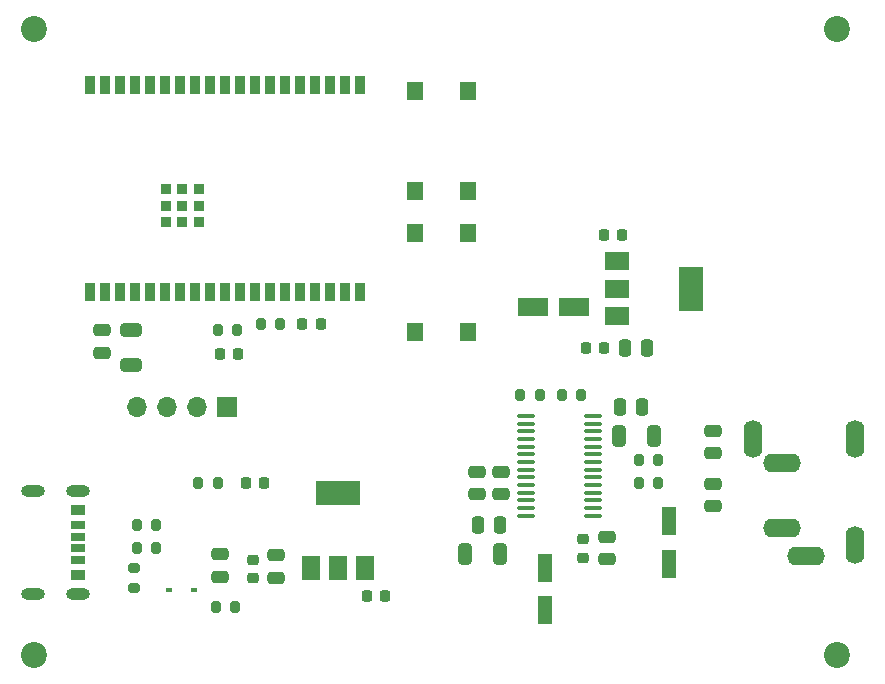
<source format=gbr>
%TF.GenerationSoftware,KiCad,Pcbnew,(6.0.8-1)-1*%
%TF.CreationDate,2022-11-20T20:32:36+00:00*%
%TF.ProjectId,esp32-network-dac,65737033-322d-46e6-9574-776f726b2d64,0.1*%
%TF.SameCoordinates,Original*%
%TF.FileFunction,Soldermask,Top*%
%TF.FilePolarity,Negative*%
%FSLAX46Y46*%
G04 Gerber Fmt 4.6, Leading zero omitted, Abs format (unit mm)*
G04 Created by KiCad (PCBNEW (6.0.8-1)-1) date 2022-11-20 20:32:36*
%MOMM*%
%LPD*%
G01*
G04 APERTURE LIST*
G04 Aperture macros list*
%AMRoundRect*
0 Rectangle with rounded corners*
0 $1 Rounding radius*
0 $2 $3 $4 $5 $6 $7 $8 $9 X,Y pos of 4 corners*
0 Add a 4 corners polygon primitive as box body*
4,1,4,$2,$3,$4,$5,$6,$7,$8,$9,$2,$3,0*
0 Add four circle primitives for the rounded corners*
1,1,$1+$1,$2,$3*
1,1,$1+$1,$4,$5*
1,1,$1+$1,$6,$7*
1,1,$1+$1,$8,$9*
0 Add four rect primitives between the rounded corners*
20,1,$1+$1,$2,$3,$4,$5,0*
20,1,$1+$1,$4,$5,$6,$7,0*
20,1,$1+$1,$6,$7,$8,$9,0*
20,1,$1+$1,$8,$9,$2,$3,0*%
G04 Aperture macros list end*
%ADD10RoundRect,0.200000X0.200000X0.275000X-0.200000X0.275000X-0.200000X-0.275000X0.200000X-0.275000X0*%
%ADD11RoundRect,0.200000X-0.275000X0.200000X-0.275000X-0.200000X0.275000X-0.200000X0.275000X0.200000X0*%
%ADD12O,3.200000X1.600000*%
%ADD13O,1.600000X3.200000*%
%ADD14R,2.500000X1.600000*%
%ADD15R,1.700000X1.700000*%
%ADD16O,1.700000X1.700000*%
%ADD17R,1.500000X2.000000*%
%ADD18R,3.800000X2.000000*%
%ADD19RoundRect,0.250000X-0.475000X0.250000X-0.475000X-0.250000X0.475000X-0.250000X0.475000X0.250000X0*%
%ADD20C,2.200000*%
%ADD21RoundRect,0.250000X0.475000X-0.250000X0.475000X0.250000X-0.475000X0.250000X-0.475000X-0.250000X0*%
%ADD22RoundRect,0.200000X-0.200000X-0.275000X0.200000X-0.275000X0.200000X0.275000X-0.200000X0.275000X0*%
%ADD23RoundRect,0.225000X-0.250000X0.225000X-0.250000X-0.225000X0.250000X-0.225000X0.250000X0.225000X0*%
%ADD24RoundRect,0.225000X0.225000X0.250000X-0.225000X0.250000X-0.225000X-0.250000X0.225000X-0.250000X0*%
%ADD25RoundRect,0.225000X-0.225000X-0.250000X0.225000X-0.250000X0.225000X0.250000X-0.225000X0.250000X0*%
%ADD26R,1.400000X1.600000*%
%ADD27R,0.889000X1.498600*%
%ADD28R,0.889000X0.889000*%
%ADD29RoundRect,0.250000X0.250000X0.475000X-0.250000X0.475000X-0.250000X-0.475000X0.250000X-0.475000X0*%
%ADD30RoundRect,0.250000X-0.250000X-0.475000X0.250000X-0.475000X0.250000X0.475000X-0.250000X0.475000X0*%
%ADD31RoundRect,0.250000X-0.325000X-0.650000X0.325000X-0.650000X0.325000X0.650000X-0.325000X0.650000X0*%
%ADD32RoundRect,0.225000X0.250000X-0.225000X0.250000X0.225000X-0.250000X0.225000X-0.250000X-0.225000X0*%
%ADD33R,1.150000X0.700000*%
%ADD34R,1.150000X0.800000*%
%ADD35R,1.150000X0.900000*%
%ADD36O,2.000000X1.000000*%
%ADD37R,0.600000X0.450000*%
%ADD38RoundRect,0.250000X0.325000X0.650000X-0.325000X0.650000X-0.325000X-0.650000X0.325000X-0.650000X0*%
%ADD39RoundRect,0.218750X0.218750X0.256250X-0.218750X0.256250X-0.218750X-0.256250X0.218750X-0.256250X0*%
%ADD40R,2.000000X1.500000*%
%ADD41R,2.000000X3.800000*%
%ADD42R,1.212799X2.406599*%
%ADD43RoundRect,0.100000X0.637500X0.100000X-0.637500X0.100000X-0.637500X-0.100000X0.637500X-0.100000X0*%
%ADD44RoundRect,0.250000X-0.650000X0.325000X-0.650000X-0.325000X0.650000X-0.325000X0.650000X0.325000X0*%
G04 APERTURE END LIST*
D10*
%TO.C,R4*%
X149825000Y-108500000D03*
X148175000Y-108500000D03*
%TD*%
%TO.C,R3*%
X107325000Y-114000000D03*
X105675000Y-114000000D03*
%TD*%
D11*
%TO.C,RV1*%
X105500000Y-115675000D03*
X105500000Y-117325000D03*
%TD*%
D12*
%TO.C,J2*%
X162357500Y-114675000D03*
X160357500Y-112275000D03*
X160357500Y-106775000D03*
D13*
X166507500Y-113675000D03*
X166507500Y-104775000D03*
X157907500Y-104775000D03*
%TD*%
D10*
%TO.C,R2*%
X105675000Y-112000000D03*
X107325000Y-112000000D03*
%TD*%
D14*
%TO.C,C9*%
X142720000Y-93540000D03*
X139220000Y-93540000D03*
%TD*%
D15*
%TO.C,J3*%
X113300000Y-102000000D03*
D16*
X110760000Y-102000000D03*
X108220000Y-102000000D03*
X105680000Y-102000000D03*
%TD*%
D17*
%TO.C,U3*%
X120417000Y-115650000D03*
X122717000Y-115650000D03*
D18*
X122717000Y-109350000D03*
D17*
X125017000Y-115650000D03*
%TD*%
D19*
%TO.C,C12*%
X145500000Y-113000000D03*
X145500000Y-114900000D03*
%TD*%
D20*
%TO.C,H1*%
X97000000Y-123000000D03*
%TD*%
D21*
%TO.C,C21*%
X117500000Y-116500000D03*
X117500000Y-114600000D03*
%TD*%
D20*
%TO.C,H4*%
X165000000Y-123000000D03*
%TD*%
D22*
%TO.C,R10*%
X112567000Y-95500000D03*
X114217000Y-95500000D03*
%TD*%
D21*
%TO.C,C8*%
X136500000Y-109400000D03*
X136500000Y-107500000D03*
%TD*%
D23*
%TO.C,C14*%
X143500000Y-113225000D03*
X143500000Y-114775000D03*
%TD*%
D24*
%TO.C,C19*%
X114267000Y-97500000D03*
X112717000Y-97500000D03*
%TD*%
D25*
%TO.C,C16*%
X125167000Y-118000000D03*
X126717000Y-118000000D03*
%TD*%
D19*
%TO.C,C23*%
X102717000Y-95550000D03*
X102717000Y-97450000D03*
%TD*%
D22*
%TO.C,R7*%
X138175000Y-101000000D03*
X139825000Y-101000000D03*
%TD*%
D26*
%TO.C,S1*%
X129250000Y-95700000D03*
X133750000Y-95700000D03*
X129250000Y-87300000D03*
X133750000Y-87300000D03*
%TD*%
D22*
%TO.C,R8*%
X110892000Y-108500000D03*
X112542000Y-108500000D03*
%TD*%
D27*
%TO.C,U2*%
X101737202Y-92250000D03*
X103007202Y-92250000D03*
X104277202Y-92250000D03*
X105547202Y-92250000D03*
X106817202Y-92250000D03*
X108087202Y-92250000D03*
X109357202Y-92250000D03*
X110627202Y-92250000D03*
X111897202Y-92250000D03*
X113167202Y-92250000D03*
X114437202Y-92250000D03*
X115707202Y-92250000D03*
X116977202Y-92250000D03*
X118247202Y-92250000D03*
X119517202Y-92250000D03*
X120787202Y-92250000D03*
X122057202Y-92250000D03*
X123327202Y-92250000D03*
X124597202Y-92250000D03*
X124597202Y-74750000D03*
X123327202Y-74750000D03*
X122057202Y-74750000D03*
X120787202Y-74750000D03*
X119517202Y-74750000D03*
X118247202Y-74750000D03*
X116977202Y-74750000D03*
X115707202Y-74750000D03*
X114437202Y-74750000D03*
X113167202Y-74750000D03*
X111897202Y-74750000D03*
X110627202Y-74750000D03*
X109357202Y-74750000D03*
X108087202Y-74750000D03*
X106817202Y-74750000D03*
X105547202Y-74750000D03*
X104277202Y-74750000D03*
X103007202Y-74750000D03*
X101737202Y-74750000D03*
D28*
X109537212Y-85004290D03*
X109537212Y-83604290D03*
X108137215Y-83604140D03*
X108137215Y-85004188D03*
X108137215Y-86404236D03*
X109537212Y-86404289D03*
X110937336Y-86404236D03*
X110937336Y-85004188D03*
X110937336Y-83604140D03*
%TD*%
D29*
%TO.C,C6*%
X136450000Y-112000000D03*
X134550000Y-112000000D03*
%TD*%
D20*
%TO.C,H2*%
X97000000Y-70000000D03*
%TD*%
D22*
%TO.C,R6*%
X141675000Y-101000000D03*
X143325000Y-101000000D03*
%TD*%
D30*
%TO.C,C10*%
X147020000Y-97040000D03*
X148920000Y-97040000D03*
%TD*%
D22*
%TO.C,R5*%
X148175000Y-106500000D03*
X149825000Y-106500000D03*
%TD*%
D31*
%TO.C,C11*%
X146525000Y-104500000D03*
X149475000Y-104500000D03*
%TD*%
D32*
%TO.C,C15*%
X115500000Y-116500000D03*
X115500000Y-114950000D03*
%TD*%
D33*
%TO.C,J1*%
X100705000Y-113000000D03*
D34*
X100705000Y-115020000D03*
D35*
X100705000Y-116250000D03*
D33*
X100705000Y-114000000D03*
D34*
X100705000Y-111980000D03*
D35*
X100705000Y-110750000D03*
D36*
X100700000Y-109180000D03*
X100700000Y-117820000D03*
X96900000Y-109180000D03*
X96900000Y-117820000D03*
%TD*%
D30*
%TO.C,C13*%
X146600000Y-102000000D03*
X148500000Y-102000000D03*
%TD*%
D37*
%TO.C,D3*%
X110550000Y-117500000D03*
X108450000Y-117500000D03*
%TD*%
D21*
%TO.C,C2*%
X154500000Y-105950000D03*
X154500000Y-104050000D03*
%TD*%
%TO.C,C1*%
X154500000Y-110450000D03*
X154500000Y-108550000D03*
%TD*%
%TO.C,C20*%
X112717000Y-116400000D03*
X112717000Y-114500000D03*
%TD*%
D22*
%TO.C,R1*%
X116175000Y-95000000D03*
X117825000Y-95000000D03*
%TD*%
D38*
%TO.C,C5*%
X136475000Y-114500000D03*
X133525000Y-114500000D03*
%TD*%
D20*
%TO.C,H3*%
X165000000Y-70000000D03*
%TD*%
D24*
%TO.C,C17*%
X146775000Y-87500000D03*
X145225000Y-87500000D03*
%TD*%
D26*
%TO.C,S2*%
X129250000Y-83700000D03*
X133750000Y-83700000D03*
X129250000Y-75300000D03*
X133750000Y-75300000D03*
%TD*%
D39*
%TO.C,D2*%
X116504500Y-108500000D03*
X114929500Y-108500000D03*
%TD*%
D22*
%TO.C,FB1*%
X112392000Y-119000000D03*
X114042000Y-119000000D03*
%TD*%
D40*
%TO.C,U4*%
X146350000Y-89700000D03*
X146350000Y-92000000D03*
D41*
X152650000Y-92000000D03*
D40*
X146350000Y-94300000D03*
%TD*%
D21*
%TO.C,C7*%
X134500000Y-109400000D03*
X134500000Y-107500000D03*
%TD*%
D24*
%TO.C,C18*%
X145275000Y-97000000D03*
X143725000Y-97000000D03*
%TD*%
D42*
%TO.C,C3*%
X150730000Y-115298599D03*
X150730000Y-111701401D03*
%TD*%
%TO.C,C4*%
X140230000Y-119226399D03*
X140230000Y-115629201D03*
%TD*%
D43*
%TO.C,U1*%
X144362500Y-111225000D03*
X144362500Y-110575000D03*
X144362500Y-109925000D03*
X144362500Y-109275000D03*
X144362500Y-108625000D03*
X144362500Y-107975000D03*
X144362500Y-107325000D03*
X144362500Y-106675000D03*
X144362500Y-106025000D03*
X144362500Y-105375000D03*
X144362500Y-104725000D03*
X144362500Y-104075000D03*
X144362500Y-103425000D03*
X144362500Y-102775000D03*
X138637500Y-102775000D03*
X138637500Y-103425000D03*
X138637500Y-104075000D03*
X138637500Y-104725000D03*
X138637500Y-105375000D03*
X138637500Y-106025000D03*
X138637500Y-106675000D03*
X138637500Y-107325000D03*
X138637500Y-107975000D03*
X138637500Y-108625000D03*
X138637500Y-109275000D03*
X138637500Y-109925000D03*
X138637500Y-110575000D03*
X138637500Y-111225000D03*
%TD*%
D39*
%TO.C,D1*%
X121287500Y-95000000D03*
X119712500Y-95000000D03*
%TD*%
D44*
%TO.C,C22*%
X105217000Y-95525000D03*
X105217000Y-98475000D03*
%TD*%
M02*

</source>
